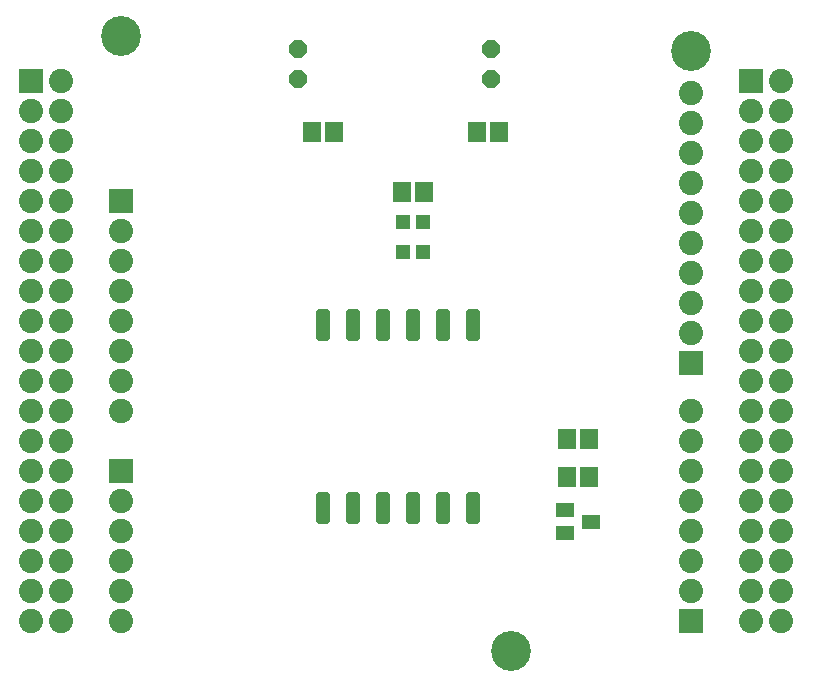
<source format=gts>
G04 EAGLE Gerber RS-274X export*
G75*
%MOMM*%
%FSLAX34Y34*%
%LPD*%
%INSoldermask Top*%
%IPPOS*%
%AMOC8*
5,1,8,0,0,1.08239X$1,22.5*%
G01*
%ADD10R,1.303200X1.203200*%
%ADD11R,1.503200X1.703200*%
%ADD12R,1.603200X1.203200*%
%ADD13C,0.697853*%
%ADD14R,2.053200X2.053200*%
%ADD15C,2.053200*%
%ADD16C,3.378200*%
%ADD17P,1.649562X8X292.500000*%


D10*
X359800Y393700D03*
X376800Y393700D03*
X359800Y368300D03*
X376800Y368300D03*
D11*
X358800Y419100D03*
X377800Y419100D03*
X498500Y177800D03*
X517500Y177800D03*
X282600Y469900D03*
X301600Y469900D03*
X422300Y469900D03*
X441300Y469900D03*
X498500Y209550D03*
X517500Y209550D03*
D12*
X519000Y139700D03*
X497000Y130200D03*
X497000Y149200D03*
D13*
X421627Y296073D02*
X421627Y316127D01*
X421627Y296073D02*
X416573Y296073D01*
X416573Y316127D01*
X421627Y316127D01*
X421627Y302703D02*
X416573Y302703D01*
X416573Y309333D02*
X421627Y309333D01*
X421627Y315963D02*
X416573Y315963D01*
X396227Y316127D02*
X396227Y296073D01*
X391173Y296073D01*
X391173Y316127D01*
X396227Y316127D01*
X396227Y302703D02*
X391173Y302703D01*
X391173Y309333D02*
X396227Y309333D01*
X396227Y315963D02*
X391173Y315963D01*
X370827Y316127D02*
X370827Y296073D01*
X365773Y296073D01*
X365773Y316127D01*
X370827Y316127D01*
X370827Y302703D02*
X365773Y302703D01*
X365773Y309333D02*
X370827Y309333D01*
X370827Y315963D02*
X365773Y315963D01*
X345427Y316127D02*
X345427Y296073D01*
X340373Y296073D01*
X340373Y316127D01*
X345427Y316127D01*
X345427Y302703D02*
X340373Y302703D01*
X340373Y309333D02*
X345427Y309333D01*
X345427Y315963D02*
X340373Y315963D01*
X320027Y316127D02*
X320027Y296073D01*
X314973Y296073D01*
X314973Y316127D01*
X320027Y316127D01*
X320027Y302703D02*
X314973Y302703D01*
X314973Y309333D02*
X320027Y309333D01*
X320027Y315963D02*
X314973Y315963D01*
X294627Y316127D02*
X294627Y296073D01*
X289573Y296073D01*
X289573Y316127D01*
X294627Y316127D01*
X294627Y302703D02*
X289573Y302703D01*
X289573Y309333D02*
X294627Y309333D01*
X294627Y315963D02*
X289573Y315963D01*
X421627Y161127D02*
X421627Y141073D01*
X416573Y141073D01*
X416573Y161127D01*
X421627Y161127D01*
X421627Y147703D02*
X416573Y147703D01*
X416573Y154333D02*
X421627Y154333D01*
X421627Y160963D02*
X416573Y160963D01*
X396227Y161127D02*
X396227Y141073D01*
X391173Y141073D01*
X391173Y161127D01*
X396227Y161127D01*
X396227Y147703D02*
X391173Y147703D01*
X391173Y154333D02*
X396227Y154333D01*
X396227Y160963D02*
X391173Y160963D01*
X370827Y161127D02*
X370827Y141073D01*
X365773Y141073D01*
X365773Y161127D01*
X370827Y161127D01*
X370827Y147703D02*
X365773Y147703D01*
X365773Y154333D02*
X370827Y154333D01*
X370827Y160963D02*
X365773Y160963D01*
X345427Y161127D02*
X345427Y141073D01*
X340373Y141073D01*
X340373Y161127D01*
X345427Y161127D01*
X345427Y147703D02*
X340373Y147703D01*
X340373Y154333D02*
X345427Y154333D01*
X345427Y160963D02*
X340373Y160963D01*
X320027Y161127D02*
X320027Y141073D01*
X314973Y141073D01*
X314973Y161127D01*
X320027Y161127D01*
X320027Y147703D02*
X314973Y147703D01*
X314973Y154333D02*
X320027Y154333D01*
X320027Y160963D02*
X314973Y160963D01*
X294627Y161127D02*
X294627Y141073D01*
X289573Y141073D01*
X289573Y161127D01*
X294627Y161127D01*
X294627Y147703D02*
X289573Y147703D01*
X289573Y154333D02*
X294627Y154333D01*
X294627Y160963D02*
X289573Y160963D01*
D14*
X121400Y182800D03*
D15*
X121400Y157400D03*
X121400Y132000D03*
X121400Y106600D03*
X121400Y81200D03*
X121400Y55800D03*
D14*
X121400Y411400D03*
D15*
X121400Y386000D03*
X121400Y360600D03*
X121400Y335200D03*
X121400Y309800D03*
X121400Y284400D03*
X121400Y259000D03*
X121400Y233600D03*
D14*
X45200Y513000D03*
D15*
X70600Y513000D03*
X45200Y487600D03*
X70600Y487600D03*
X45200Y462200D03*
X70600Y462200D03*
X45200Y436800D03*
X70600Y436800D03*
X45200Y411400D03*
X70600Y411400D03*
X45200Y386000D03*
X70600Y386000D03*
X45200Y360600D03*
X70600Y360600D03*
X45200Y335200D03*
X70600Y335200D03*
X45200Y309800D03*
X70600Y309800D03*
X45200Y284400D03*
X70600Y284400D03*
X45200Y259000D03*
X70600Y259000D03*
X45200Y233600D03*
X70600Y233600D03*
X45200Y208200D03*
X70600Y208200D03*
X45200Y182800D03*
X70600Y182800D03*
X45200Y157400D03*
X70600Y157400D03*
X45200Y132000D03*
X70600Y132000D03*
X45200Y106600D03*
X70600Y106600D03*
X45200Y81200D03*
X70600Y81200D03*
X45200Y55800D03*
X70600Y55800D03*
D14*
X604000Y274240D03*
D15*
X604000Y299640D03*
X604000Y325040D03*
X604000Y350440D03*
X604000Y375840D03*
X604000Y401240D03*
X604000Y426640D03*
X604000Y452040D03*
X604000Y477440D03*
X604000Y502840D03*
X604000Y106600D03*
X604000Y132000D03*
X604000Y157400D03*
X604000Y182800D03*
X604000Y208200D03*
X604000Y233600D03*
D14*
X604000Y55800D03*
D15*
X604000Y81200D03*
D14*
X654800Y512750D03*
D15*
X680200Y512750D03*
X654800Y487350D03*
X680200Y487350D03*
X654800Y461950D03*
X680200Y461950D03*
X654800Y436550D03*
X680200Y436550D03*
X654800Y411150D03*
X680200Y411150D03*
X654800Y385750D03*
X680200Y385750D03*
X654800Y360350D03*
X680200Y360350D03*
X654800Y334950D03*
X680200Y334950D03*
X654800Y309550D03*
X680200Y309550D03*
X654800Y284150D03*
X680200Y284150D03*
X654800Y258750D03*
X680200Y258750D03*
X654800Y233350D03*
X680200Y233350D03*
X654800Y207950D03*
X680200Y207950D03*
X654800Y182550D03*
X680200Y182550D03*
X654800Y157150D03*
X680200Y157150D03*
X654800Y131750D03*
X680200Y131750D03*
X654800Y106350D03*
X680200Y106350D03*
X654800Y80950D03*
X680200Y80950D03*
X654800Y55550D03*
X680200Y55550D03*
D16*
X604000Y538400D03*
X121400Y551100D03*
X451600Y30400D03*
D17*
X434100Y539850D03*
X434100Y514450D03*
X270750Y539750D03*
X270750Y514350D03*
M02*

</source>
